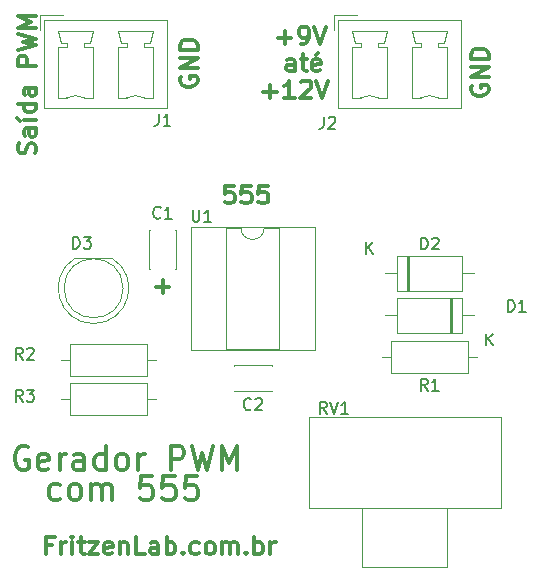
<source format=gto>
G04 #@! TF.GenerationSoftware,KiCad,Pcbnew,5.0.2-bee76a0~70~ubuntu18.04.1*
G04 #@! TF.CreationDate,2019-02-10T19:25:21-02:00*
G04 #@! TF.ProjectId,555-gerador-PWM-r01,3535352d-6765-4726-9164-6f722d50574d,rev?*
G04 #@! TF.SameCoordinates,Original*
G04 #@! TF.FileFunction,Legend,Top*
G04 #@! TF.FilePolarity,Positive*
%FSLAX46Y46*%
G04 Gerber Fmt 4.6, Leading zero omitted, Abs format (unit mm)*
G04 Created by KiCad (PCBNEW 5.0.2-bee76a0~70~ubuntu18.04.1) date dom 10 fev 2019 19:25:21 -02*
%MOMM*%
%LPD*%
G01*
G04 APERTURE LIST*
%ADD10C,0.300000*%
%ADD11C,0.120000*%
%ADD12C,0.150000*%
G04 APERTURE END LIST*
D10*
X124667047Y-126539523D02*
X124476571Y-126634761D01*
X124095619Y-126634761D01*
X123905142Y-126539523D01*
X123809904Y-126444285D01*
X123714666Y-126253809D01*
X123714666Y-125682380D01*
X123809904Y-125491904D01*
X123905142Y-125396666D01*
X124095619Y-125301428D01*
X124476571Y-125301428D01*
X124667047Y-125396666D01*
X125809904Y-126634761D02*
X125619428Y-126539523D01*
X125524190Y-126444285D01*
X125428952Y-126253809D01*
X125428952Y-125682380D01*
X125524190Y-125491904D01*
X125619428Y-125396666D01*
X125809904Y-125301428D01*
X126095619Y-125301428D01*
X126286095Y-125396666D01*
X126381333Y-125491904D01*
X126476571Y-125682380D01*
X126476571Y-126253809D01*
X126381333Y-126444285D01*
X126286095Y-126539523D01*
X126095619Y-126634761D01*
X125809904Y-126634761D01*
X127333714Y-126634761D02*
X127333714Y-125301428D01*
X127333714Y-125491904D02*
X127428952Y-125396666D01*
X127619428Y-125301428D01*
X127905142Y-125301428D01*
X128095619Y-125396666D01*
X128190857Y-125587142D01*
X128190857Y-126634761D01*
X128190857Y-125587142D02*
X128286095Y-125396666D01*
X128476571Y-125301428D01*
X128762285Y-125301428D01*
X128952761Y-125396666D01*
X129048000Y-125587142D01*
X129048000Y-126634761D01*
X132476571Y-124634761D02*
X131524190Y-124634761D01*
X131428952Y-125587142D01*
X131524190Y-125491904D01*
X131714666Y-125396666D01*
X132190857Y-125396666D01*
X132381333Y-125491904D01*
X132476571Y-125587142D01*
X132571809Y-125777619D01*
X132571809Y-126253809D01*
X132476571Y-126444285D01*
X132381333Y-126539523D01*
X132190857Y-126634761D01*
X131714666Y-126634761D01*
X131524190Y-126539523D01*
X131428952Y-126444285D01*
X134381333Y-124634761D02*
X133428952Y-124634761D01*
X133333714Y-125587142D01*
X133428952Y-125491904D01*
X133619428Y-125396666D01*
X134095619Y-125396666D01*
X134286095Y-125491904D01*
X134381333Y-125587142D01*
X134476571Y-125777619D01*
X134476571Y-126253809D01*
X134381333Y-126444285D01*
X134286095Y-126539523D01*
X134095619Y-126634761D01*
X133619428Y-126634761D01*
X133428952Y-126539523D01*
X133333714Y-126444285D01*
X136286095Y-124634761D02*
X135333714Y-124634761D01*
X135238476Y-125587142D01*
X135333714Y-125491904D01*
X135524190Y-125396666D01*
X136000380Y-125396666D01*
X136190857Y-125491904D01*
X136286095Y-125587142D01*
X136381333Y-125777619D01*
X136381333Y-126253809D01*
X136286095Y-126444285D01*
X136190857Y-126539523D01*
X136000380Y-126634761D01*
X135524190Y-126634761D01*
X135333714Y-126539523D01*
X135238476Y-126444285D01*
X121968666Y-122190000D02*
X121778190Y-122094761D01*
X121492476Y-122094761D01*
X121206761Y-122190000D01*
X121016285Y-122380476D01*
X120921047Y-122570952D01*
X120825809Y-122951904D01*
X120825809Y-123237619D01*
X120921047Y-123618571D01*
X121016285Y-123809047D01*
X121206761Y-123999523D01*
X121492476Y-124094761D01*
X121682952Y-124094761D01*
X121968666Y-123999523D01*
X122063904Y-123904285D01*
X122063904Y-123237619D01*
X121682952Y-123237619D01*
X123682952Y-123999523D02*
X123492476Y-124094761D01*
X123111523Y-124094761D01*
X122921047Y-123999523D01*
X122825809Y-123809047D01*
X122825809Y-123047142D01*
X122921047Y-122856666D01*
X123111523Y-122761428D01*
X123492476Y-122761428D01*
X123682952Y-122856666D01*
X123778190Y-123047142D01*
X123778190Y-123237619D01*
X122825809Y-123428095D01*
X124635333Y-124094761D02*
X124635333Y-122761428D01*
X124635333Y-123142380D02*
X124730571Y-122951904D01*
X124825809Y-122856666D01*
X125016285Y-122761428D01*
X125206761Y-122761428D01*
X126730571Y-124094761D02*
X126730571Y-123047142D01*
X126635333Y-122856666D01*
X126444857Y-122761428D01*
X126063904Y-122761428D01*
X125873428Y-122856666D01*
X126730571Y-123999523D02*
X126540095Y-124094761D01*
X126063904Y-124094761D01*
X125873428Y-123999523D01*
X125778190Y-123809047D01*
X125778190Y-123618571D01*
X125873428Y-123428095D01*
X126063904Y-123332857D01*
X126540095Y-123332857D01*
X126730571Y-123237619D01*
X128540095Y-124094761D02*
X128540095Y-122094761D01*
X128540095Y-123999523D02*
X128349619Y-124094761D01*
X127968666Y-124094761D01*
X127778190Y-123999523D01*
X127682952Y-123904285D01*
X127587714Y-123713809D01*
X127587714Y-123142380D01*
X127682952Y-122951904D01*
X127778190Y-122856666D01*
X127968666Y-122761428D01*
X128349619Y-122761428D01*
X128540095Y-122856666D01*
X129778190Y-124094761D02*
X129587714Y-123999523D01*
X129492476Y-123904285D01*
X129397238Y-123713809D01*
X129397238Y-123142380D01*
X129492476Y-122951904D01*
X129587714Y-122856666D01*
X129778190Y-122761428D01*
X130063904Y-122761428D01*
X130254380Y-122856666D01*
X130349619Y-122951904D01*
X130444857Y-123142380D01*
X130444857Y-123713809D01*
X130349619Y-123904285D01*
X130254380Y-123999523D01*
X130063904Y-124094761D01*
X129778190Y-124094761D01*
X131302000Y-124094761D02*
X131302000Y-122761428D01*
X131302000Y-123142380D02*
X131397238Y-122951904D01*
X131492476Y-122856666D01*
X131682952Y-122761428D01*
X131873428Y-122761428D01*
X134063904Y-124094761D02*
X134063904Y-122094761D01*
X134825809Y-122094761D01*
X135016285Y-122190000D01*
X135111523Y-122285238D01*
X135206761Y-122475714D01*
X135206761Y-122761428D01*
X135111523Y-122951904D01*
X135016285Y-123047142D01*
X134825809Y-123142380D01*
X134063904Y-123142380D01*
X135873428Y-122094761D02*
X136349619Y-124094761D01*
X136730571Y-122666190D01*
X137111523Y-124094761D01*
X137587714Y-122094761D01*
X138349619Y-124094761D02*
X138349619Y-122094761D01*
X139016285Y-123523333D01*
X139682952Y-122094761D01*
X139682952Y-124094761D01*
X132778571Y-108565142D02*
X133921428Y-108565142D01*
X133350000Y-109136571D02*
X133350000Y-107993714D01*
X139390571Y-100016571D02*
X138676285Y-100016571D01*
X138604857Y-100730857D01*
X138676285Y-100659428D01*
X138819142Y-100588000D01*
X139176285Y-100588000D01*
X139319142Y-100659428D01*
X139390571Y-100730857D01*
X139462000Y-100873714D01*
X139462000Y-101230857D01*
X139390571Y-101373714D01*
X139319142Y-101445142D01*
X139176285Y-101516571D01*
X138819142Y-101516571D01*
X138676285Y-101445142D01*
X138604857Y-101373714D01*
X140819142Y-100016571D02*
X140104857Y-100016571D01*
X140033428Y-100730857D01*
X140104857Y-100659428D01*
X140247714Y-100588000D01*
X140604857Y-100588000D01*
X140747714Y-100659428D01*
X140819142Y-100730857D01*
X140890571Y-100873714D01*
X140890571Y-101230857D01*
X140819142Y-101373714D01*
X140747714Y-101445142D01*
X140604857Y-101516571D01*
X140247714Y-101516571D01*
X140104857Y-101445142D01*
X140033428Y-101373714D01*
X142247714Y-100016571D02*
X141533428Y-100016571D01*
X141462000Y-100730857D01*
X141533428Y-100659428D01*
X141676285Y-100588000D01*
X142033428Y-100588000D01*
X142176285Y-100659428D01*
X142247714Y-100730857D01*
X142319142Y-100873714D01*
X142319142Y-101230857D01*
X142247714Y-101373714D01*
X142176285Y-101445142D01*
X142033428Y-101516571D01*
X141676285Y-101516571D01*
X141533428Y-101445142D01*
X141462000Y-101373714D01*
X122527142Y-97297142D02*
X122598571Y-97082857D01*
X122598571Y-96725714D01*
X122527142Y-96582857D01*
X122455714Y-96511428D01*
X122312857Y-96440000D01*
X122170000Y-96440000D01*
X122027142Y-96511428D01*
X121955714Y-96582857D01*
X121884285Y-96725714D01*
X121812857Y-97011428D01*
X121741428Y-97154285D01*
X121670000Y-97225714D01*
X121527142Y-97297142D01*
X121384285Y-97297142D01*
X121241428Y-97225714D01*
X121170000Y-97154285D01*
X121098571Y-97011428D01*
X121098571Y-96654285D01*
X121170000Y-96440000D01*
X122598571Y-95154285D02*
X121812857Y-95154285D01*
X121670000Y-95225714D01*
X121598571Y-95368571D01*
X121598571Y-95654285D01*
X121670000Y-95797142D01*
X122527142Y-95154285D02*
X122598571Y-95297142D01*
X122598571Y-95654285D01*
X122527142Y-95797142D01*
X122384285Y-95868571D01*
X122241428Y-95868571D01*
X122098571Y-95797142D01*
X122027142Y-95654285D01*
X122027142Y-95297142D01*
X121955714Y-95154285D01*
X122598571Y-94440000D02*
X121598571Y-94440000D01*
X121027142Y-94297142D02*
X121241428Y-94511428D01*
X122598571Y-93082857D02*
X121098571Y-93082857D01*
X122527142Y-93082857D02*
X122598571Y-93225714D01*
X122598571Y-93511428D01*
X122527142Y-93654285D01*
X122455714Y-93725714D01*
X122312857Y-93797142D01*
X121884285Y-93797142D01*
X121741428Y-93725714D01*
X121670000Y-93654285D01*
X121598571Y-93511428D01*
X121598571Y-93225714D01*
X121670000Y-93082857D01*
X122598571Y-91725714D02*
X121812857Y-91725714D01*
X121670000Y-91797142D01*
X121598571Y-91940000D01*
X121598571Y-92225714D01*
X121670000Y-92368571D01*
X122527142Y-91725714D02*
X122598571Y-91868571D01*
X122598571Y-92225714D01*
X122527142Y-92368571D01*
X122384285Y-92440000D01*
X122241428Y-92440000D01*
X122098571Y-92368571D01*
X122027142Y-92225714D01*
X122027142Y-91868571D01*
X121955714Y-91725714D01*
X122598571Y-89868571D02*
X121098571Y-89868571D01*
X121098571Y-89297142D01*
X121170000Y-89154285D01*
X121241428Y-89082857D01*
X121384285Y-89011428D01*
X121598571Y-89011428D01*
X121741428Y-89082857D01*
X121812857Y-89154285D01*
X121884285Y-89297142D01*
X121884285Y-89868571D01*
X121098571Y-88511428D02*
X122598571Y-88154285D01*
X121527142Y-87868571D01*
X122598571Y-87582857D01*
X121098571Y-87225714D01*
X122598571Y-86654285D02*
X121098571Y-86654285D01*
X122170000Y-86154285D01*
X121098571Y-85654285D01*
X122598571Y-85654285D01*
X159524000Y-91566857D02*
X159452571Y-91709714D01*
X159452571Y-91924000D01*
X159524000Y-92138285D01*
X159666857Y-92281142D01*
X159809714Y-92352571D01*
X160095428Y-92424000D01*
X160309714Y-92424000D01*
X160595428Y-92352571D01*
X160738285Y-92281142D01*
X160881142Y-92138285D01*
X160952571Y-91924000D01*
X160952571Y-91781142D01*
X160881142Y-91566857D01*
X160809714Y-91495428D01*
X160309714Y-91495428D01*
X160309714Y-91781142D01*
X160952571Y-90852571D02*
X159452571Y-90852571D01*
X160952571Y-89995428D01*
X159452571Y-89995428D01*
X160952571Y-89281142D02*
X159452571Y-89281142D01*
X159452571Y-88924000D01*
X159524000Y-88709714D01*
X159666857Y-88566857D01*
X159809714Y-88495428D01*
X160095428Y-88424000D01*
X160309714Y-88424000D01*
X160595428Y-88495428D01*
X160738285Y-88566857D01*
X160881142Y-88709714D01*
X160952571Y-88924000D01*
X160952571Y-89281142D01*
X134886000Y-90804857D02*
X134814571Y-90947714D01*
X134814571Y-91162000D01*
X134886000Y-91376285D01*
X135028857Y-91519142D01*
X135171714Y-91590571D01*
X135457428Y-91662000D01*
X135671714Y-91662000D01*
X135957428Y-91590571D01*
X136100285Y-91519142D01*
X136243142Y-91376285D01*
X136314571Y-91162000D01*
X136314571Y-91019142D01*
X136243142Y-90804857D01*
X136171714Y-90733428D01*
X135671714Y-90733428D01*
X135671714Y-91019142D01*
X136314571Y-90090571D02*
X134814571Y-90090571D01*
X136314571Y-89233428D01*
X134814571Y-89233428D01*
X136314571Y-88519142D02*
X134814571Y-88519142D01*
X134814571Y-88162000D01*
X134886000Y-87947714D01*
X135028857Y-87804857D01*
X135171714Y-87733428D01*
X135457428Y-87662000D01*
X135671714Y-87662000D01*
X135957428Y-87733428D01*
X136100285Y-87804857D01*
X136243142Y-87947714D01*
X136314571Y-88162000D01*
X136314571Y-88519142D01*
X141883142Y-92055142D02*
X143026000Y-92055142D01*
X142454571Y-92626571D02*
X142454571Y-91483714D01*
X144526000Y-92626571D02*
X143668857Y-92626571D01*
X144097428Y-92626571D02*
X144097428Y-91126571D01*
X143954571Y-91340857D01*
X143811714Y-91483714D01*
X143668857Y-91555142D01*
X145097428Y-91269428D02*
X145168857Y-91198000D01*
X145311714Y-91126571D01*
X145668857Y-91126571D01*
X145811714Y-91198000D01*
X145883142Y-91269428D01*
X145954571Y-91412285D01*
X145954571Y-91555142D01*
X145883142Y-91769428D01*
X145026000Y-92626571D01*
X145954571Y-92626571D01*
X146383142Y-91126571D02*
X146883142Y-92626571D01*
X147383142Y-91126571D01*
X144538000Y-90340571D02*
X144538000Y-89554857D01*
X144466571Y-89412000D01*
X144323714Y-89340571D01*
X144038000Y-89340571D01*
X143895142Y-89412000D01*
X144538000Y-90269142D02*
X144395142Y-90340571D01*
X144038000Y-90340571D01*
X143895142Y-90269142D01*
X143823714Y-90126285D01*
X143823714Y-89983428D01*
X143895142Y-89840571D01*
X144038000Y-89769142D01*
X144395142Y-89769142D01*
X144538000Y-89697714D01*
X145038000Y-89340571D02*
X145609428Y-89340571D01*
X145252285Y-88840571D02*
X145252285Y-90126285D01*
X145323714Y-90269142D01*
X145466571Y-90340571D01*
X145609428Y-90340571D01*
X146680857Y-90269142D02*
X146538000Y-90340571D01*
X146252285Y-90340571D01*
X146109428Y-90269142D01*
X146038000Y-90126285D01*
X146038000Y-89554857D01*
X146109428Y-89412000D01*
X146252285Y-89340571D01*
X146538000Y-89340571D01*
X146680857Y-89412000D01*
X146752285Y-89554857D01*
X146752285Y-89697714D01*
X146038000Y-89840571D01*
X146538000Y-88769142D02*
X146323714Y-88983428D01*
X143105428Y-87483142D02*
X144248285Y-87483142D01*
X143676857Y-88054571D02*
X143676857Y-86911714D01*
X145034000Y-88054571D02*
X145319714Y-88054571D01*
X145462571Y-87983142D01*
X145534000Y-87911714D01*
X145676857Y-87697428D01*
X145748285Y-87411714D01*
X145748285Y-86840285D01*
X145676857Y-86697428D01*
X145605428Y-86626000D01*
X145462571Y-86554571D01*
X145176857Y-86554571D01*
X145034000Y-86626000D01*
X144962571Y-86697428D01*
X144891142Y-86840285D01*
X144891142Y-87197428D01*
X144962571Y-87340285D01*
X145034000Y-87411714D01*
X145176857Y-87483142D01*
X145462571Y-87483142D01*
X145605428Y-87411714D01*
X145676857Y-87340285D01*
X145748285Y-87197428D01*
X146176857Y-86554571D02*
X146676857Y-88054571D01*
X147176857Y-86554571D01*
X123988857Y-130448857D02*
X123488857Y-130448857D01*
X123488857Y-131234571D02*
X123488857Y-129734571D01*
X124203142Y-129734571D01*
X124774571Y-131234571D02*
X124774571Y-130234571D01*
X124774571Y-130520285D02*
X124846000Y-130377428D01*
X124917428Y-130306000D01*
X125060285Y-130234571D01*
X125203142Y-130234571D01*
X125703142Y-131234571D02*
X125703142Y-130234571D01*
X125703142Y-129734571D02*
X125631714Y-129806000D01*
X125703142Y-129877428D01*
X125774571Y-129806000D01*
X125703142Y-129734571D01*
X125703142Y-129877428D01*
X126203142Y-130234571D02*
X126774571Y-130234571D01*
X126417428Y-129734571D02*
X126417428Y-131020285D01*
X126488857Y-131163142D01*
X126631714Y-131234571D01*
X126774571Y-131234571D01*
X127131714Y-130234571D02*
X127917428Y-130234571D01*
X127131714Y-131234571D01*
X127917428Y-131234571D01*
X129060285Y-131163142D02*
X128917428Y-131234571D01*
X128631714Y-131234571D01*
X128488857Y-131163142D01*
X128417428Y-131020285D01*
X128417428Y-130448857D01*
X128488857Y-130306000D01*
X128631714Y-130234571D01*
X128917428Y-130234571D01*
X129060285Y-130306000D01*
X129131714Y-130448857D01*
X129131714Y-130591714D01*
X128417428Y-130734571D01*
X129774571Y-130234571D02*
X129774571Y-131234571D01*
X129774571Y-130377428D02*
X129846000Y-130306000D01*
X129988857Y-130234571D01*
X130203142Y-130234571D01*
X130346000Y-130306000D01*
X130417428Y-130448857D01*
X130417428Y-131234571D01*
X131846000Y-131234571D02*
X131131714Y-131234571D01*
X131131714Y-129734571D01*
X132988857Y-131234571D02*
X132988857Y-130448857D01*
X132917428Y-130306000D01*
X132774571Y-130234571D01*
X132488857Y-130234571D01*
X132346000Y-130306000D01*
X132988857Y-131163142D02*
X132846000Y-131234571D01*
X132488857Y-131234571D01*
X132346000Y-131163142D01*
X132274571Y-131020285D01*
X132274571Y-130877428D01*
X132346000Y-130734571D01*
X132488857Y-130663142D01*
X132846000Y-130663142D01*
X132988857Y-130591714D01*
X133703142Y-131234571D02*
X133703142Y-129734571D01*
X133703142Y-130306000D02*
X133846000Y-130234571D01*
X134131714Y-130234571D01*
X134274571Y-130306000D01*
X134346000Y-130377428D01*
X134417428Y-130520285D01*
X134417428Y-130948857D01*
X134346000Y-131091714D01*
X134274571Y-131163142D01*
X134131714Y-131234571D01*
X133846000Y-131234571D01*
X133703142Y-131163142D01*
X135060285Y-131091714D02*
X135131714Y-131163142D01*
X135060285Y-131234571D01*
X134988857Y-131163142D01*
X135060285Y-131091714D01*
X135060285Y-131234571D01*
X136417428Y-131163142D02*
X136274571Y-131234571D01*
X135988857Y-131234571D01*
X135846000Y-131163142D01*
X135774571Y-131091714D01*
X135703142Y-130948857D01*
X135703142Y-130520285D01*
X135774571Y-130377428D01*
X135846000Y-130306000D01*
X135988857Y-130234571D01*
X136274571Y-130234571D01*
X136417428Y-130306000D01*
X137274571Y-131234571D02*
X137131714Y-131163142D01*
X137060285Y-131091714D01*
X136988857Y-130948857D01*
X136988857Y-130520285D01*
X137060285Y-130377428D01*
X137131714Y-130306000D01*
X137274571Y-130234571D01*
X137488857Y-130234571D01*
X137631714Y-130306000D01*
X137703142Y-130377428D01*
X137774571Y-130520285D01*
X137774571Y-130948857D01*
X137703142Y-131091714D01*
X137631714Y-131163142D01*
X137488857Y-131234571D01*
X137274571Y-131234571D01*
X138417428Y-131234571D02*
X138417428Y-130234571D01*
X138417428Y-130377428D02*
X138488857Y-130306000D01*
X138631714Y-130234571D01*
X138846000Y-130234571D01*
X138988857Y-130306000D01*
X139060285Y-130448857D01*
X139060285Y-131234571D01*
X139060285Y-130448857D02*
X139131714Y-130306000D01*
X139274571Y-130234571D01*
X139488857Y-130234571D01*
X139631714Y-130306000D01*
X139703142Y-130448857D01*
X139703142Y-131234571D01*
X140417428Y-131091714D02*
X140488857Y-131163142D01*
X140417428Y-131234571D01*
X140346000Y-131163142D01*
X140417428Y-131091714D01*
X140417428Y-131234571D01*
X141131714Y-131234571D02*
X141131714Y-129734571D01*
X141131714Y-130306000D02*
X141274571Y-130234571D01*
X141560285Y-130234571D01*
X141703142Y-130306000D01*
X141774571Y-130377428D01*
X141846000Y-130520285D01*
X141846000Y-130948857D01*
X141774571Y-131091714D01*
X141703142Y-131163142D01*
X141560285Y-131234571D01*
X141274571Y-131234571D01*
X141131714Y-131163142D01*
X142488857Y-131234571D02*
X142488857Y-130234571D01*
X142488857Y-130520285D02*
X142560285Y-130377428D01*
X142631714Y-130306000D01*
X142774571Y-130234571D01*
X142917428Y-130234571D01*
D11*
G04 #@! TO.C,J2*
X147836000Y-85574000D02*
X149836000Y-85574000D01*
X147836000Y-86824000D02*
X147836000Y-85574000D01*
X157456000Y-92574000D02*
X156706000Y-92574000D01*
X157456000Y-88274000D02*
X157456000Y-92574000D01*
X156706000Y-88274000D02*
X157456000Y-88274000D01*
X156706000Y-87924000D02*
X156706000Y-88274000D01*
X157206000Y-87924000D02*
X156706000Y-87924000D01*
X157456000Y-86924000D02*
X157206000Y-87924000D01*
X154456000Y-86924000D02*
X157456000Y-86924000D01*
X154706000Y-87924000D02*
X154456000Y-86924000D01*
X155206000Y-87924000D02*
X154706000Y-87924000D01*
X155206000Y-88274000D02*
X155206000Y-87924000D01*
X154456000Y-88274000D02*
X155206000Y-88274000D01*
X154456000Y-92574000D02*
X154456000Y-88274000D01*
X155206000Y-92574000D02*
X154456000Y-92574000D01*
X152376000Y-92574000D02*
X151626000Y-92574000D01*
X152376000Y-88274000D02*
X152376000Y-92574000D01*
X151626000Y-88274000D02*
X152376000Y-88274000D01*
X151626000Y-87924000D02*
X151626000Y-88274000D01*
X152126000Y-87924000D02*
X151626000Y-87924000D01*
X152376000Y-86924000D02*
X152126000Y-87924000D01*
X149376000Y-86924000D02*
X152376000Y-86924000D01*
X149626000Y-87924000D02*
X149376000Y-86924000D01*
X150126000Y-87924000D02*
X149626000Y-87924000D01*
X150126000Y-88274000D02*
X150126000Y-87924000D01*
X149376000Y-88274000D02*
X150126000Y-88274000D01*
X149376000Y-92574000D02*
X149376000Y-88274000D01*
X150126000Y-92574000D02*
X149376000Y-92574000D01*
X158606000Y-85964000D02*
X148226000Y-85964000D01*
X158606000Y-93434000D02*
X158606000Y-85964000D01*
X148226000Y-93434000D02*
X158606000Y-93434000D01*
X148226000Y-85964000D02*
X148226000Y-93434000D01*
X156705647Y-92573845D02*
G75*
G03X155206000Y-92574000I-749647J-1700155D01*
G01*
X151625647Y-92573845D02*
G75*
G03X150126000Y-92574000I-749647J-1700155D01*
G01*
G04 #@! TO.C,J1*
X126733647Y-92573845D02*
G75*
G03X125234000Y-92574000I-749647J-1700155D01*
G01*
X131813647Y-92573845D02*
G75*
G03X130314000Y-92574000I-749647J-1700155D01*
G01*
X123334000Y-85964000D02*
X123334000Y-93434000D01*
X123334000Y-93434000D02*
X133714000Y-93434000D01*
X133714000Y-93434000D02*
X133714000Y-85964000D01*
X133714000Y-85964000D02*
X123334000Y-85964000D01*
X125234000Y-92574000D02*
X124484000Y-92574000D01*
X124484000Y-92574000D02*
X124484000Y-88274000D01*
X124484000Y-88274000D02*
X125234000Y-88274000D01*
X125234000Y-88274000D02*
X125234000Y-87924000D01*
X125234000Y-87924000D02*
X124734000Y-87924000D01*
X124734000Y-87924000D02*
X124484000Y-86924000D01*
X124484000Y-86924000D02*
X127484000Y-86924000D01*
X127484000Y-86924000D02*
X127234000Y-87924000D01*
X127234000Y-87924000D02*
X126734000Y-87924000D01*
X126734000Y-87924000D02*
X126734000Y-88274000D01*
X126734000Y-88274000D02*
X127484000Y-88274000D01*
X127484000Y-88274000D02*
X127484000Y-92574000D01*
X127484000Y-92574000D02*
X126734000Y-92574000D01*
X130314000Y-92574000D02*
X129564000Y-92574000D01*
X129564000Y-92574000D02*
X129564000Y-88274000D01*
X129564000Y-88274000D02*
X130314000Y-88274000D01*
X130314000Y-88274000D02*
X130314000Y-87924000D01*
X130314000Y-87924000D02*
X129814000Y-87924000D01*
X129814000Y-87924000D02*
X129564000Y-86924000D01*
X129564000Y-86924000D02*
X132564000Y-86924000D01*
X132564000Y-86924000D02*
X132314000Y-87924000D01*
X132314000Y-87924000D02*
X131814000Y-87924000D01*
X131814000Y-87924000D02*
X131814000Y-88274000D01*
X131814000Y-88274000D02*
X132564000Y-88274000D01*
X132564000Y-88274000D02*
X132564000Y-92574000D01*
X132564000Y-92574000D02*
X131814000Y-92574000D01*
X122944000Y-86824000D02*
X122944000Y-85574000D01*
X122944000Y-85574000D02*
X124944000Y-85574000D01*
G04 #@! TO.C,RV1*
X155964000Y-132350000D02*
X151724000Y-132350000D01*
X157464000Y-132350000D02*
X150224000Y-132350000D01*
X157464000Y-127350000D02*
X150224000Y-127350000D01*
X150224000Y-127350000D02*
X150224000Y-132350000D01*
X157464000Y-127350000D02*
X157464000Y-132350000D01*
X161964000Y-127350000D02*
X145724000Y-127350000D01*
X161964000Y-119610000D02*
X145724000Y-119610000D01*
X145724000Y-119610000D02*
X145724000Y-127350000D01*
X161964000Y-119610000D02*
X161964000Y-127350000D01*
G04 #@! TO.C,C2*
X139370000Y-115277000D02*
X139370000Y-115212000D01*
X139370000Y-117452000D02*
X139370000Y-117387000D01*
X142610000Y-115277000D02*
X142610000Y-115212000D01*
X142610000Y-117452000D02*
X142610000Y-117387000D01*
X142610000Y-115212000D02*
X139370000Y-115212000D01*
X142610000Y-117452000D02*
X139370000Y-117452000D01*
G04 #@! TO.C,C1*
X132230000Y-107050000D02*
X132230000Y-103810000D01*
X134470000Y-107050000D02*
X134470000Y-103810000D01*
X132230000Y-107050000D02*
X132295000Y-107050000D01*
X134405000Y-107050000D02*
X134470000Y-107050000D01*
X132230000Y-103810000D02*
X132295000Y-103810000D01*
X134405000Y-103810000D02*
X134470000Y-103810000D01*
G04 #@! TO.C,D2*
X154016000Y-105972000D02*
X154016000Y-108912000D01*
X154256000Y-105972000D02*
X154256000Y-108912000D01*
X154136000Y-105972000D02*
X154136000Y-108912000D01*
X159696000Y-107442000D02*
X158676000Y-107442000D01*
X152216000Y-107442000D02*
X153236000Y-107442000D01*
X158676000Y-105972000D02*
X153236000Y-105972000D01*
X158676000Y-108912000D02*
X158676000Y-105972000D01*
X153236000Y-108912000D02*
X158676000Y-108912000D01*
X153236000Y-105972000D02*
X153236000Y-108912000D01*
G04 #@! TO.C,D1*
X158676000Y-112468000D02*
X158676000Y-109528000D01*
X158676000Y-109528000D02*
X153236000Y-109528000D01*
X153236000Y-109528000D02*
X153236000Y-112468000D01*
X153236000Y-112468000D02*
X158676000Y-112468000D01*
X159696000Y-110998000D02*
X158676000Y-110998000D01*
X152216000Y-110998000D02*
X153236000Y-110998000D01*
X157776000Y-112468000D02*
X157776000Y-109528000D01*
X157656000Y-112468000D02*
X157656000Y-109528000D01*
X157896000Y-112468000D02*
X157896000Y-109528000D01*
G04 #@! TO.C,D3*
X129053000Y-106152000D02*
X125963000Y-106152000D01*
X130008000Y-108712000D02*
G75*
G03X130008000Y-108712000I-2500000J0D01*
G01*
X127507538Y-111702000D02*
G75*
G03X129052830Y-106152000I462J2990000D01*
G01*
X127508462Y-111702000D02*
G75*
G02X125963170Y-106152000I-462J2990000D01*
G01*
G04 #@! TO.C,U1*
X141970000Y-103572000D02*
G75*
G02X139970000Y-103572000I-1000000J0D01*
G01*
X139970000Y-103572000D02*
X138720000Y-103572000D01*
X138720000Y-103572000D02*
X138720000Y-113852000D01*
X138720000Y-113852000D02*
X143220000Y-113852000D01*
X143220000Y-113852000D02*
X143220000Y-103572000D01*
X143220000Y-103572000D02*
X141970000Y-103572000D01*
X135720000Y-103512000D02*
X135720000Y-113912000D01*
X135720000Y-113912000D02*
X146220000Y-113912000D01*
X146220000Y-113912000D02*
X146220000Y-103512000D01*
X146220000Y-103512000D02*
X135720000Y-103512000D01*
G04 #@! TO.C,R3*
X125508000Y-116740000D02*
X125508000Y-119480000D01*
X125508000Y-119480000D02*
X132048000Y-119480000D01*
X132048000Y-119480000D02*
X132048000Y-116740000D01*
X132048000Y-116740000D02*
X125508000Y-116740000D01*
X124738000Y-118110000D02*
X125508000Y-118110000D01*
X132818000Y-118110000D02*
X132048000Y-118110000D01*
G04 #@! TO.C,R2*
X132818000Y-114808000D02*
X132048000Y-114808000D01*
X124738000Y-114808000D02*
X125508000Y-114808000D01*
X132048000Y-113438000D02*
X125508000Y-113438000D01*
X132048000Y-116178000D02*
X132048000Y-113438000D01*
X125508000Y-116178000D02*
X132048000Y-116178000D01*
X125508000Y-113438000D02*
X125508000Y-116178000D01*
G04 #@! TO.C,R1*
X159226000Y-115924000D02*
X159226000Y-113184000D01*
X159226000Y-113184000D02*
X152686000Y-113184000D01*
X152686000Y-113184000D02*
X152686000Y-115924000D01*
X152686000Y-115924000D02*
X159226000Y-115924000D01*
X159996000Y-114554000D02*
X159226000Y-114554000D01*
X151916000Y-114554000D02*
X152686000Y-114554000D01*
G04 #@! TO.C,J2*
D12*
X146986666Y-94194380D02*
X146986666Y-94908666D01*
X146939047Y-95051523D01*
X146843809Y-95146761D01*
X146700952Y-95194380D01*
X146605714Y-95194380D01*
X147415238Y-94289619D02*
X147462857Y-94242000D01*
X147558095Y-94194380D01*
X147796190Y-94194380D01*
X147891428Y-94242000D01*
X147939047Y-94289619D01*
X147986666Y-94384857D01*
X147986666Y-94480095D01*
X147939047Y-94622952D01*
X147367619Y-95194380D01*
X147986666Y-95194380D01*
G04 #@! TO.C,J1*
X133016666Y-93940380D02*
X133016666Y-94654666D01*
X132969047Y-94797523D01*
X132873809Y-94892761D01*
X132730952Y-94940380D01*
X132635714Y-94940380D01*
X134016666Y-94940380D02*
X133445238Y-94940380D01*
X133730952Y-94940380D02*
X133730952Y-93940380D01*
X133635714Y-94083238D01*
X133540476Y-94178476D01*
X133445238Y-94226095D01*
G04 #@! TO.C,RV1*
X147232761Y-119324380D02*
X146899428Y-118848190D01*
X146661333Y-119324380D02*
X146661333Y-118324380D01*
X147042285Y-118324380D01*
X147137523Y-118372000D01*
X147185142Y-118419619D01*
X147232761Y-118514857D01*
X147232761Y-118657714D01*
X147185142Y-118752952D01*
X147137523Y-118800571D01*
X147042285Y-118848190D01*
X146661333Y-118848190D01*
X147518476Y-118324380D02*
X147851809Y-119324380D01*
X148185142Y-118324380D01*
X149042285Y-119324380D02*
X148470857Y-119324380D01*
X148756571Y-119324380D02*
X148756571Y-118324380D01*
X148661333Y-118467238D01*
X148566095Y-118562476D01*
X148470857Y-118610095D01*
G04 #@! TO.C,C2*
X140823333Y-118939142D02*
X140775714Y-118986761D01*
X140632857Y-119034380D01*
X140537619Y-119034380D01*
X140394761Y-118986761D01*
X140299523Y-118891523D01*
X140251904Y-118796285D01*
X140204285Y-118605809D01*
X140204285Y-118462952D01*
X140251904Y-118272476D01*
X140299523Y-118177238D01*
X140394761Y-118082000D01*
X140537619Y-118034380D01*
X140632857Y-118034380D01*
X140775714Y-118082000D01*
X140823333Y-118129619D01*
X141204285Y-118129619D02*
X141251904Y-118082000D01*
X141347142Y-118034380D01*
X141585238Y-118034380D01*
X141680476Y-118082000D01*
X141728095Y-118129619D01*
X141775714Y-118224857D01*
X141775714Y-118320095D01*
X141728095Y-118462952D01*
X141156666Y-119034380D01*
X141775714Y-119034380D01*
G04 #@! TO.C,C1*
X133183333Y-102719142D02*
X133135714Y-102766761D01*
X132992857Y-102814380D01*
X132897619Y-102814380D01*
X132754761Y-102766761D01*
X132659523Y-102671523D01*
X132611904Y-102576285D01*
X132564285Y-102385809D01*
X132564285Y-102242952D01*
X132611904Y-102052476D01*
X132659523Y-101957238D01*
X132754761Y-101862000D01*
X132897619Y-101814380D01*
X132992857Y-101814380D01*
X133135714Y-101862000D01*
X133183333Y-101909619D01*
X134135714Y-102814380D02*
X133564285Y-102814380D01*
X133850000Y-102814380D02*
X133850000Y-101814380D01*
X133754761Y-101957238D01*
X133659523Y-102052476D01*
X133564285Y-102100095D01*
G04 #@! TO.C,D2*
X155217904Y-105424380D02*
X155217904Y-104424380D01*
X155456000Y-104424380D01*
X155598857Y-104472000D01*
X155694095Y-104567238D01*
X155741714Y-104662476D01*
X155789333Y-104852952D01*
X155789333Y-104995809D01*
X155741714Y-105186285D01*
X155694095Y-105281523D01*
X155598857Y-105376761D01*
X155456000Y-105424380D01*
X155217904Y-105424380D01*
X156170285Y-104519619D02*
X156217904Y-104472000D01*
X156313142Y-104424380D01*
X156551238Y-104424380D01*
X156646476Y-104472000D01*
X156694095Y-104519619D01*
X156741714Y-104614857D01*
X156741714Y-104710095D01*
X156694095Y-104852952D01*
X156122666Y-105424380D01*
X156741714Y-105424380D01*
X150614095Y-105794380D02*
X150614095Y-104794380D01*
X151185523Y-105794380D02*
X150756952Y-105222952D01*
X151185523Y-104794380D02*
X150614095Y-105365809D01*
G04 #@! TO.C,D1*
X162583904Y-110688380D02*
X162583904Y-109688380D01*
X162822000Y-109688380D01*
X162964857Y-109736000D01*
X163060095Y-109831238D01*
X163107714Y-109926476D01*
X163155333Y-110116952D01*
X163155333Y-110259809D01*
X163107714Y-110450285D01*
X163060095Y-110545523D01*
X162964857Y-110640761D01*
X162822000Y-110688380D01*
X162583904Y-110688380D01*
X164107714Y-110688380D02*
X163536285Y-110688380D01*
X163822000Y-110688380D02*
X163822000Y-109688380D01*
X163726761Y-109831238D01*
X163631523Y-109926476D01*
X163536285Y-109974095D01*
X160774095Y-113550380D02*
X160774095Y-112550380D01*
X161345523Y-113550380D02*
X160916952Y-112978952D01*
X161345523Y-112550380D02*
X160774095Y-113121809D01*
G04 #@! TO.C,D3*
X125753904Y-105354380D02*
X125753904Y-104354380D01*
X125992000Y-104354380D01*
X126134857Y-104402000D01*
X126230095Y-104497238D01*
X126277714Y-104592476D01*
X126325333Y-104782952D01*
X126325333Y-104925809D01*
X126277714Y-105116285D01*
X126230095Y-105211523D01*
X126134857Y-105306761D01*
X125992000Y-105354380D01*
X125753904Y-105354380D01*
X126658666Y-104354380D02*
X127277714Y-104354380D01*
X126944380Y-104735333D01*
X127087238Y-104735333D01*
X127182476Y-104782952D01*
X127230095Y-104830571D01*
X127277714Y-104925809D01*
X127277714Y-105163904D01*
X127230095Y-105259142D01*
X127182476Y-105306761D01*
X127087238Y-105354380D01*
X126801523Y-105354380D01*
X126706285Y-105306761D01*
X126658666Y-105259142D01*
G04 #@! TO.C,U1*
X135890095Y-102068380D02*
X135890095Y-102877904D01*
X135937714Y-102973142D01*
X135985333Y-103020761D01*
X136080571Y-103068380D01*
X136271047Y-103068380D01*
X136366285Y-103020761D01*
X136413904Y-102973142D01*
X136461523Y-102877904D01*
X136461523Y-102068380D01*
X137461523Y-103068380D02*
X136890095Y-103068380D01*
X137175809Y-103068380D02*
X137175809Y-102068380D01*
X137080571Y-102211238D01*
X136985333Y-102306476D01*
X136890095Y-102354095D01*
G04 #@! TO.C,R3*
X121499333Y-118308380D02*
X121166000Y-117832190D01*
X120927904Y-118308380D02*
X120927904Y-117308380D01*
X121308857Y-117308380D01*
X121404095Y-117356000D01*
X121451714Y-117403619D01*
X121499333Y-117498857D01*
X121499333Y-117641714D01*
X121451714Y-117736952D01*
X121404095Y-117784571D01*
X121308857Y-117832190D01*
X120927904Y-117832190D01*
X121832666Y-117308380D02*
X122451714Y-117308380D01*
X122118380Y-117689333D01*
X122261238Y-117689333D01*
X122356476Y-117736952D01*
X122404095Y-117784571D01*
X122451714Y-117879809D01*
X122451714Y-118117904D01*
X122404095Y-118213142D01*
X122356476Y-118260761D01*
X122261238Y-118308380D01*
X121975523Y-118308380D01*
X121880285Y-118260761D01*
X121832666Y-118213142D01*
G04 #@! TO.C,R2*
X121499333Y-114752380D02*
X121166000Y-114276190D01*
X120927904Y-114752380D02*
X120927904Y-113752380D01*
X121308857Y-113752380D01*
X121404095Y-113800000D01*
X121451714Y-113847619D01*
X121499333Y-113942857D01*
X121499333Y-114085714D01*
X121451714Y-114180952D01*
X121404095Y-114228571D01*
X121308857Y-114276190D01*
X120927904Y-114276190D01*
X121880285Y-113847619D02*
X121927904Y-113800000D01*
X122023142Y-113752380D01*
X122261238Y-113752380D01*
X122356476Y-113800000D01*
X122404095Y-113847619D01*
X122451714Y-113942857D01*
X122451714Y-114038095D01*
X122404095Y-114180952D01*
X121832666Y-114752380D01*
X122451714Y-114752380D01*
G04 #@! TO.C,R1*
X155789333Y-117376380D02*
X155456000Y-116900190D01*
X155217904Y-117376380D02*
X155217904Y-116376380D01*
X155598857Y-116376380D01*
X155694095Y-116424000D01*
X155741714Y-116471619D01*
X155789333Y-116566857D01*
X155789333Y-116709714D01*
X155741714Y-116804952D01*
X155694095Y-116852571D01*
X155598857Y-116900190D01*
X155217904Y-116900190D01*
X156741714Y-117376380D02*
X156170285Y-117376380D01*
X156456000Y-117376380D02*
X156456000Y-116376380D01*
X156360761Y-116519238D01*
X156265523Y-116614476D01*
X156170285Y-116662095D01*
G04 #@! TD*
M02*

</source>
